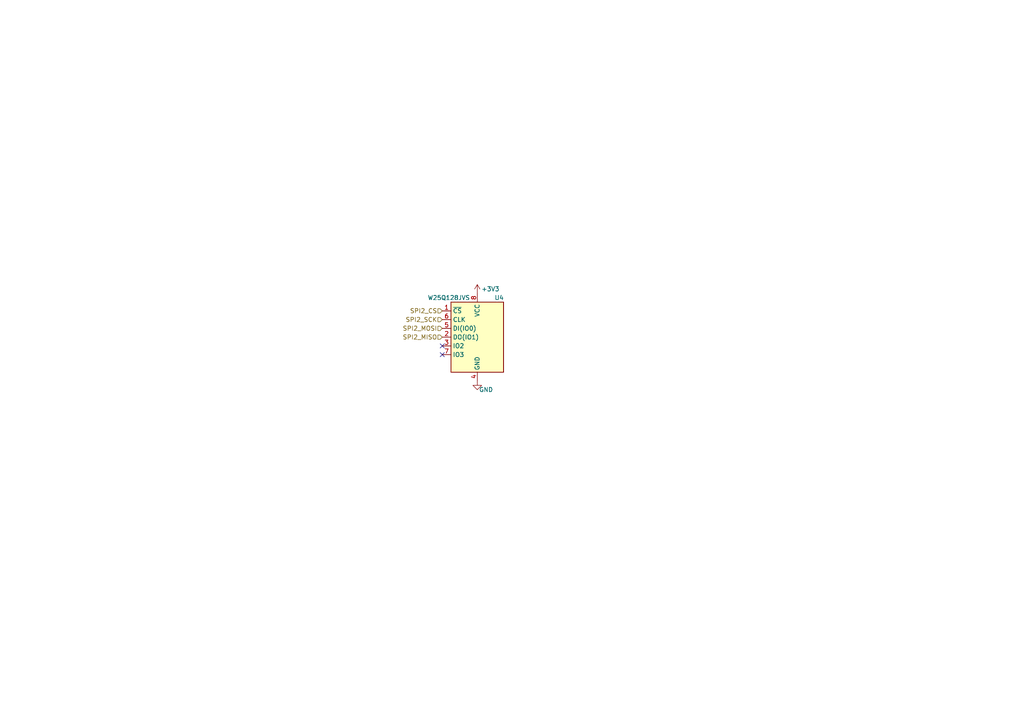
<source format=kicad_sch>
(kicad_sch (version 20230121) (generator eeschema)
  (paper "A4")
  (lib_symbols
    (symbol "Memory_Flash:W25Q128JVS"
      (property "Reference" "U" (at -8.89 8.89 0))
      (property "Value" "W25Q128JVS" (at 7.62 8.89 0))
      (symbol "W25Q128JVS_0_1"
        (rectangle (start -7.62 10.16) (end 7.62 -10.16) (stroke (width 0.254)) (fill (type background)))
      )
      (symbol "W25Q128JVS_1_1"
        (pin input line (at -10.16 7.62 0) (length 2.54) (name "~{CS}") (number "1"))
        (pin bidirectional line (at -10.16 0 0) (length 2.54) (name "DO(IO1)") (number "2"))
        (pin bidirectional line (at -10.16 -2.54 0) (length 2.54) (name "IO2") (number "3"))
        (pin power_in line (at 0 -12.7 90) (length 2.54) (name "GND") (number "4"))
        (pin bidirectional line (at -10.16 2.54 0) (length 2.54) (name "DI(IO0)") (number "5"))
        (pin input line (at -10.16 5.08 0) (length 2.54) (name "CLK") (number "6"))
        (pin bidirectional line (at -10.16 -5.08 0) (length 2.54) (name "IO3") (number "7"))
        (pin power_in line (at 0 12.7 270) (length 2.54) (name "VCC") (number "8"))
      )
    )
    (symbol "power:+3V3" (power) (pin_names (offset 0))
      (property "Value" "+3V3" (at 0 3.556 0))
      (symbol "+3V3_0_1"
        (polyline (pts (xy -0.762 1.27) (xy 0 2.54)))
        (polyline (pts (xy 0 0) (xy 0 2.54)))
        (polyline (pts (xy 0 2.54) (xy 0.762 1.27)))
      )
      (symbol "+3V3_1_1"
        (pin power_in line (at 0 0 90) (length 0) hide (name "+3V3") (number "1"))
      )
    )
    (symbol "power:GND" (power) (pin_names (offset 0))
      (property "Value" "GND" (at 0 -3.81 0))
      (symbol "GND_0_1"
        (polyline (pts (xy 0 0) (xy 0 -1.27) (xy 1.27 -1.27) (xy 0 -2.54) (xy -1.27 -1.27) (xy 0 -1.27)))
      )
      (symbol "GND_1_1"
        (pin power_in line (at 0 0 270) (length 0) hide (name "GND") (number "1"))
      )
    )
  )
  (no_connect (at 128.27 102.87))
  (no_connect (at 128.27 100.33))
  (hierarchical_label "SPI2_CS" (shape input) (at 128.27 90.17 180))
  (hierarchical_label "SPI2_SCK" (shape input) (at 128.27 92.71 180))
  (hierarchical_label "SPI2_MISO" (shape input) (at 128.27 97.79 180))
  (hierarchical_label "SPI2_MOSI" (shape input) (at 128.27 95.25 180))
  (symbol (lib_id "power:GND") (at 138.43 110.49 0) (unit 1)
    (property "Reference" "#PWR081" (effects hide))
    (property "Value" "GND" (at 140.97 113.03 0))
  )
  (symbol (lib_id "Memory_Flash:W25Q128JVS") (at 138.43 97.79 0) (unit 1)
    (property "Reference" "U4" (at 144.78 86.36 0))
    (property "Value" "W25Q128JVS" (at 130.175 86.36 0))
    (property "Footprint" "Package_SO:SOIC-8_5.23x5.23mm_P1.27mm" (effects hide))
    (property "Datasheet" "http://www.winbond.com/resource-files/w25q128jv_dtr%20revc%2003272018%20plus.pdf" (effects hide))
  )
  (symbol (lib_id "power:+3V3") (at 138.43 85.09 0) (unit 1)
    (property "Reference" "#PWR080" (effects hide))
    (property "Value" "+3V3" (at 142.24 83.82 0))
  )
)
</source>
